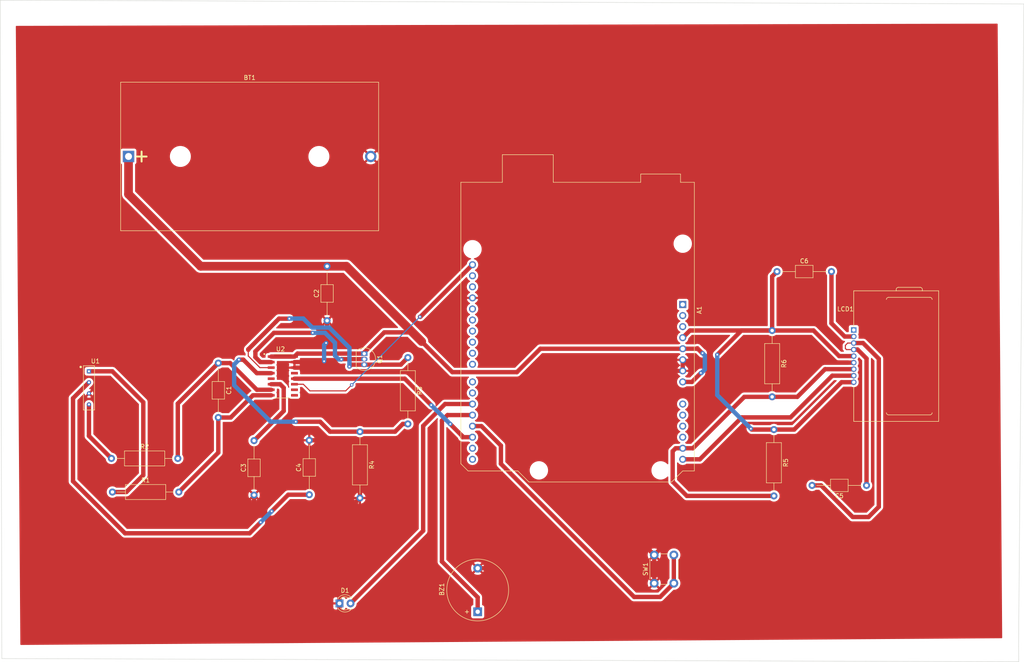
<source format=kicad_pcb>
(kicad_pcb (version 20211014) (generator pcbnew)
  (layers (0 "F.Cu" signal) (31 "B.Cu" signal) (34 "B.Paste" user) (35 "F.Paste" user) (36 "B.SilkS" user "B.Silkscreen") (37 "F.SilkS" user "F.Silkscreen") (38 "B.Mask" user) (39 "F.Mask" user) (44 "Edge.Cuts" user))
  (net 0 "")
  (net 4 "Net-(A1-Pad4)")
  (net 5 "VCC")
  (net 6 "GND")
  (net 11 "Net-(A1-Pad13)")
  (net 12 "Net-(A1-Pad14)")
  (net 15 "Net-(A1-Pad17)")
  (net 16 "Net-(A1-Pad18)")
  (net 17 "Net-(A1-Pad19)")
  (net 18 "Net-(A1-Pad20)")
  (net 29 "Net-(A1-Pad32)")
  (net 30 "Net-(C1-Pad1)")
  (net 31 "Net-(C1-Pad2)")
  (net 32 "Net-(C3-Pad2)")
  (net 33 "Net-(C4-Pad1)")
  (net 34 "Net-(C5-Pad1)")
  (net 35 "Net-(C6-Pad2)")
  (net 36 "Net-(Q1-Pad2)")
  (net 37 "Net-(Q1-Pad3)")
  (net 38 "Net-(R1-Pad1)")
  (net 39 "Net-(R2-Pad1)")
  (net 40 "Net-(R3-Pad2)")
  (footprint "Module:Arduino_UNO_R3_WithMountingHoles" (layer "F.Cu") (at 200.0758 87.2236 -90)
    (fp_text reference "A1" (at 1.27 -3.81 90) (layer "F.SilkS"))
    (fp_text value "Arduino_UNO_R3")
    (fp_line (start -28.07 0.51) (end -29.97 0.51) (layer "F.SilkS") (width 0.12))
    (fp_line (start 40.77 35.31) (end 40.77 2.54) (layer "F.SilkS") (width 0.12))
    (fp_line (start 38.23 37.85) (end 40.77 35.31) (layer "F.SilkS") (width 0.12))
    (fp_line (start 38.23 0) (end 38.23 -2.67) (layer "F.SilkS") (width 0.12))
    (fp_line (start 38.23 -2.67) (end -28.07 -2.67) (layer "F.SilkS") (width 0.12))
    (fp_line (start 40.77 2.54) (end 38.23 0) (layer "F.SilkS") (width 0.12))
    (fp_line (start -34.42 41.4) (end -28.07 41.4) (layer "F.SilkS") (width 0.12))
    (fp_line (start 36.58 50.93) (end 38.23 49.28) (layer "F.SilkS") (width 0.12))
    (fp_line (start -29.97 9.65) (end -28.07 9.65) (layer "F.SilkS") (width 0.12))
    (fp_line (start -28.07 -2.67) (end -28.07 0.51) (layer "F.SilkS") (width 0.12))
    (fp_line (start -28.07 9.65) (end -28.07 29.72) (layer "F.SilkS") (width 0.12))
    (fp_line (start 38.23 49.28) (end 38.23 37.85) (layer "F.SilkS") (width 0.12))
    (fp_line (start -28.07 29.72) (end -34.42 29.72) (layer "F.SilkS") (width 0.12))
    (fp_line (start -29.97 0.51) (end -29.97 9.65) (layer "F.SilkS") (width 0.12))
    (fp_line (start -28.07 41.4) (end -28.07 50.93) (layer "F.SilkS") (width 0.12))
    (fp_line (start -34.42 29.72) (end -34.42 41.4) (layer "F.SilkS") (width 0.12))
    (fp_line (start -28.07 50.93) (end 36.58 50.93) (layer "F.SilkS") (width 0.12))
    (pad "" np_thru_hole circle (at -12.7 48.26) (size 3.2 3.2) (drill 3.2) (layers *.Cu *.Mask))
    (pad "" np_thru_hole circle (at 38.1 33.02) (size 3.2 3.2) (drill 3.2) (layers *.Cu *.Mask))
    (pad "" np_thru_hole circle (at -13.97 0) (size 3.2 3.2) (drill 3.2) (layers *.Cu *.Mask))
    (pad "" np_thru_hole circle (at 38.1 5.08) (size 3.2 3.2) (drill 3.2) (layers *.Cu *.Mask))
    (pad "1" thru_hole rect (at 0 0) (size 1.6 1.6) (drill 1) (layers *.Cu *.Mask))
    (pad "2" thru_hole oval (at 2.54 0) (size 1.6 1.6) (drill 1) (layers *.Cu *.Mask))
    (pad "3" thru_hole oval (at 5.08 0) (size 1.6 1.6) (drill 1) (layers *.Cu *.Mask))
    (pad "4" thru_hole oval (at 7.62 0) (size 1.6 1.6) (drill 1) (layers *.Cu *.Mask) (net 4 "Net-(A1-Pad4)"))
    (pad "5" thru_hole oval (at 10.16 0) (size 1.6 1.6) (drill 1) (layers *.Cu *.Mask) (net 5 "VCC"))
    (pad "6" thru_hole oval (at 12.7 0) (size 1.6 1.6) (drill 1) (layers *.Cu *.Mask) (net 6 "GND"))
    (pad "7" thru_hole oval (at 15.24 0) (size 1.6 1.6) (drill 1) (layers *.Cu *.Mask) (net 6 "GND"))
    (pad "8" thru_hole oval (at 17.78 0) (size 1.6 1.6) (drill 1) (layers *.Cu *.Mask) (net 5 "VCC"))
    (pad "9" thru_hole oval (at 22.86 0) (size 1.6 1.6) (drill 1) (layers *.Cu *.Mask))
    (pad "10" thru_hole oval (at 25.4 0) (size 1.6 1.6) (drill 1) (layers *.Cu *.Mask))
    (pad "11" thru_hole oval (at 27.94 0) (size 1.6 1.6) (drill 1) (layers *.Cu *.Mask))
    (pad "12" thru_hole oval (at 30.48 0) (size 1.6 1.6) (drill 1) (layers *.Cu *.Mask))
    (pad "13" thru_hole oval (at 33.02 0) (size 1.6 1.6) (drill 1) (layers *.Cu *.Mask) (net 11 "Net-(A1-Pad13)"))
    (pad "14" thru_hole oval (at 35.56 0) (size 1.6 1.6) (drill 1) (layers *.Cu *.Mask) (net 12 "Net-(A1-Pad14)"))
    (pad "15" thru_hole oval (at 35.56 48.26) (size 1.6 1.6) (drill 1) (layers *.Cu *.Mask))
    (pad "16" thru_hole oval (at 33.02 48.26) (size 1.6 1.6) (drill 1) (layers *.Cu *.Mask))
    (pad "17" thru_hole oval (at 30.48 48.26) (size 1.6 1.6) (drill 1) (layers *.Cu *.Mask) (net 15 "Net-(A1-Pad17)"))
    (pad "18" thru_hole oval (at 27.94 48.26) (size 1.6 1.6) (drill 1) (layers *.Cu *.Mask) (net 16 "Net-(A1-Pad18)"))
    (pad "19" thru_hole oval (at 25.4 48.26) (size 1.6 1.6) (drill 1) (layers *.Cu *.Mask) (net 17 "Net-(A1-Pad19)"))
    (pad "20" thru_hole oval (at 22.86 48.26) (size 1.6 1.6) (drill 1) (layers *.Cu *.Mask) (net 18 "Net-(A1-Pad20)"))
    (pad "21" thru_hole oval (at 20.32 48.26) (size 1.6 1.6) (drill 1) (layers *.Cu *.Mask))
    (pad "22" thru_hole oval (at 17.78 48.26) (size 1.6 1.6) (drill 1) (layers *.Cu *.Mask))
    (pad "23" thru_hole oval (at 13.72 48.26) (size 1.6 1.6) (drill 1) (layers *.Cu *.Mask))
    (pad "24" thru_hole oval (at 11.18 48.26) (size 1.6 1.6) (drill 1) (layers *.Cu *.Mask))
    (pad "25" thru_hole oval (at 8.64 48.26) (size 1.6 1.6) (drill 1) (layers *.Cu *.Mask))
    (pad "26" thru_hole oval (at 6.1 48.26) (size 1.6 1.6) (drill 1) (layers *.Cu *.Mask))
    (pad "27" thru_hole oval (at 3.56 48.26) (size 1.6 1.6) (drill 1) (layers *.Cu *.Mask))
    (pad "28" thru_hole oval (at 1.02 48.26) (size 1.6 1.6) (drill 1) (layers *.Cu *.Mask))
    (pad "29" thru_hole oval (at -1.52 48.26) (size 1.6 1.6) (drill 1) (layers *.Cu *.Mask) (net 6 "GND"))
    (pad "30" thru_hole oval (at -4.06 48.26) (size 1.6 1.6) (drill 1) (layers *.Cu *.Mask))
    (pad "31" thru_hole oval (at -6.6 48.26) (size 1.6 1.6) (drill 1) (layers *.Cu *.Mask))
    (pad "32" thru_hole oval (at -9.14 48.26) (size 1.6 1.6) (drill 1) (layers *.Cu *.Mask) (net 29 "Net-(A1-Pad32)"))
  )
  (footprint "HX711:SOP127P600X180-16N" (layer "F.Cu") (at 108.2802 103.632)
    (fp_text reference "U2" (at -0.535 -6.172) (layer "F.SilkS"))
    (fp_text value "HX711")
    (fp_line (start -1.95 5.06) (end 1.95 5.06) (layer "F.SilkS") (width 0.127))
    (fp_line (start -1.95 -5.06) (end 1.95 -5.06) (layer "F.SilkS") (width 0.127))
    (fp_circle (center -4.25 -5.035) (end -4.15 -5.035) (layer "F.SilkS") (width 0.2) (fill none))
    (pad "1" smd roundrect locked (at -2.67 -4.445) (size 1.58 0.59) (layers "F.Cu" "F.Paste" "F.Mask") (roundrect_rratio 0.07) (net 5 "VCC"))
    (pad "2" smd roundrect locked (at -2.67 -3.175) (size 1.58 0.59) (layers "F.Cu" "F.Paste" "F.Mask") (roundrect_rratio 0.07) (net 36 "Net-(Q1-Pad2)"))
    (pad "3" smd roundrect locked (at -2.67 -1.905) (size 1.58 0.59) (layers "F.Cu" "F.Paste" "F.Mask") (roundrect_rratio 0.07) (net 37 "Net-(Q1-Pad3)"))
    (pad "4" smd roundrect locked (at -2.67 -0.635) (size 1.58 0.59) (layers "F.Cu" "F.Paste" "F.Mask") (roundrect_rratio 0.07) (net 40 "Net-(R3-Pad2)"))
    (pad "5" smd roundrect locked (at -2.67 0.635) (size 1.58 0.59) (layers "F.Cu" "F.Paste" "F.Mask") (roundrect_rratio 0.07))
    (pad "6" smd roundrect locked (at -2.67 1.905) (size 1.58 0.59) (layers "F.Cu" "F.Paste" "F.Mask") (roundrect_rratio 0.07) (net 32 "Net-(C3-Pad2)"))
    (pad "7" smd roundrect locked (at -2.67 3.175) (size 1.58 0.59) (layers "F.Cu" "F.Paste" "F.Mask") (roundrect_rratio 0.07) (net 30 "Net-(C1-Pad1)"))
    (pad "8" smd roundrect locked (at -2.67 4.445) (size 1.58 0.59) (layers "F.Cu" "F.Paste" "F.Mask") (roundrect_rratio 0.07) (net 31 "Net-(C1-Pad2)"))
    (pad "9" smd roundrect locked (at 2.67 4.445) (size 1.58 0.59) (layers "F.Cu" "F.Paste" "F.Mask") (roundrect_rratio 0.07))
    (pad "10" smd roundrect locked (at 2.67 3.175) (size 1.58 0.59) (layers "F.Cu" "F.Paste" "F.Mask") (roundrect_rratio 0.07))
    (pad "11" smd roundrect locked (at 2.67 1.905) (size 1.58 0.59) (layers "F.Cu" "F.Paste" "F.Mask") (roundrect_rratio 0.07) (net 29 "Net-(A1-Pad32)"))
    (pad "12" smd roundrect locked (at 2.67 0.635) (size 1.58 0.59) (layers "F.Cu" "F.Paste" "F.Mask") (roundrect_rratio 0.07) (net 15 "Net-(A1-Pad17)"))
    (pad "13" smd roundrect locked (at 2.67 -0.635) (size 1.58 0.59) (layers "F.Cu" "F.Paste" "F.Mask") (roundrect_rratio 0.07))
    (pad "14" smd roundrect locked (at 2.67 -1.905) (size 1.58 0.59) (layers "F.Cu" "F.Paste" "F.Mask") (roundrect_rratio 0.07) (net 6 "GND"))
    (pad "15" smd roundrect locked (at 2.67 -3.175) (size 1.58 0.59) (layers "F.Cu" "F.Paste" "F.Mask") (roundrect_rratio 0.07) (net 6 "GND"))
    (pad "16" smd roundrect locked (at 2.67 -4.445) (size 1.58 0.59) (layers "F.Cu" "F.Paste" "F.Mask") (roundrect_rratio 0.07) (net 5 "VCC"))
  )
  (footprint "Battery:BatteryHolder_Bulgin_BX0036_1xC" (layer "F.Cu") (at 72.8602 53.213)
    (fp_text reference "BT1" (at 27.8 -18.1) (layer "F.SilkS"))
    (fp_text value "Battery")
    (fp_text user "+" (at 3 -0.2) (layer "F.SilkS") (effects (font (size 3 3) (thickness 0.45))))
    (fp_line (start -1.81 -17.06) (end 57.41 -17.06) (layer "F.SilkS") (width 0.12))
    (fp_line (start -1.81 -17.06) (end -1.81 17.06) (layer "F.SilkS") (width 0.12))
    (fp_line (start -1.81 17.06) (end 57.41 17.06) (layer "F.SilkS") (width 0.12))
    (fp_line (start 57.41 -17.06) (end 57.41 17.06) (layer "F.SilkS") (width 0.12))
    (pad "" np_thru_hole circle (at 43.7 0) (size 3.8 3.8) (drill 3.8) (layers *.Cu *.Mask))
    (pad "" np_thru_hole circle (at 11.9 0) (size 3.8 3.8) (drill 3.8) (layers *.Cu *.Mask))
    (pad "1" thru_hole rect (at 0 0) (size 2.6 2.6) (drill 1.6) (layers *.Cu *.Mask) (net 5 "VCC"))
    (pad "2" thru_hole circle (at 55.6 0) (size 2.6 2.6) (drill 1.6) (layers *.Cu *.Mask) (net 6 "GND"))
  )
  (footprint "Resistor_THT:R_Axial_DIN0309_L9.0mm_D3.2mm_P15.24mm_Horizontal" (layer "F.Cu") (at 69.1642 130.302)
    (fp_text reference "R1" (at 7.62 -2.72) (layer "F.SilkS"))
    (fp_text value "R")
    (fp_line (start 3 1.72) (end 12.24 1.72) (layer "F.SilkS") (width 0.12))
    (fp_line (start 1.04 0) (end 3 0) (layer "F.SilkS") (width 0.12))
    (fp_line (start 14.2 0) (end 12.24 0) (layer "F.SilkS") (width 0.12))
    (fp_line (start 12.24 1.72) (end 12.24 -1.72) (layer "F.SilkS") (width 0.12))
    (fp_line (start 3 -1.72) (end 3 1.72) (layer "F.SilkS") (width 0.12))
    (fp_line (start 12.24 -1.72) (end 3 -1.72) (layer "F.SilkS") (width 0.12))
    (pad "1" thru_hole circle (at 0 0) (size 1.6 1.6) (drill 0.8) (layers *.Cu *.Mask) (net 38 "Net-(R1-Pad1)"))
    (pad "2" thru_hole oval (at 15.24 0) (size 1.6 1.6) (drill 0.8) (layers *.Cu *.Mask) (net 31 "Net-(C1-Pad2)"))
  )
  (footprint "Resistor_THT:R_Axial_DIN0309_L9.0mm_D3.2mm_P15.24mm_Horizontal" (layer "F.Cu") (at 220.599 93.1926 -90)
    (fp_text reference "R6" (at 7.62 -2.72 90) (layer "F.SilkS"))
    (fp_text value "R")
    (fp_line (start 3 1.72) (end 12.24 1.72) (layer "F.SilkS") (width 0.12))
    (fp_line (start 12.24 1.72) (end 12.24 -1.72) (layer "F.SilkS") (width 0.12))
    (fp_line (start 3 -1.72) (end 3 1.72) (layer "F.SilkS") (width 0.12))
    (fp_line (start 14.2 0) (end 12.24 0) (layer "F.SilkS") (width 0.12))
    (fp_line (start 1.04 0) (end 3 0) (layer "F.SilkS") (width 0.12))
    (fp_line (start 12.24 -1.72) (end 3 -1.72) (layer "F.SilkS") (width 0.12))
    (pad "1" thru_hole circle (at 0 0 270) (size 1.6 1.6) (drill 0.8) (layers *.Cu *.Mask) (net 4 "Net-(A1-Pad4)"))
    (pad "2" thru_hole oval (at 15.24 0 270) (size 1.6 1.6) (drill 0.8) (layers *.Cu *.Mask) (net 11 "Net-(A1-Pad13)"))
  )
  (footprint "Resistor_THT:R_Axial_DIN0309_L9.0mm_D3.2mm_P15.24mm_Horizontal" (layer "F.Cu") (at 136.9822 99.4156 -90)
    (fp_text reference "R3" (at 7.62 -2.72 90) (layer "F.SilkS"))
    (fp_text value "R")
    (fp_line (start 3 -1.72) (end 3 1.72) (layer "F.SilkS") (width 0.12))
    (fp_line (start 3 1.72) (end 12.24 1.72) (layer "F.SilkS") (width 0.12))
    (fp_line (start 1.04 0) (end 3 0) (layer "F.SilkS") (width 0.12))
    (fp_line (start 14.2 0) (end 12.24 0) (layer "F.SilkS") (width 0.12))
    (fp_line (start 12.24 1.72) (end 12.24 -1.72) (layer "F.SilkS") (width 0.12))
    (fp_line (start 12.24 -1.72) (end 3 -1.72) (layer "F.SilkS") (width 0.12))
    (pad "1" thru_hole circle (at 0 0 270) (size 1.6 1.6) (drill 0.8) (layers *.Cu *.Mask) (net 37 "Net-(Q1-Pad3)"))
    (pad "2" thru_hole oval (at 15.24 0 270) (size 1.6 1.6) (drill 0.8) (layers *.Cu *.Mask) (net 40 "Net-(R3-Pad2)"))
  )
  (footprint "Capacitor_THT:C_Axial_L3.8mm_D2.6mm_P12.50mm_Horizontal" (layer "F.Cu") (at 114.3508 130.9132 90)
    (fp_text reference "C4" (at 6.25 -2.42 90) (layer "F.SilkS"))
    (fp_text value "C")
    (fp_line (start 4.23 1.42) (end 8.27 1.42) (layer "F.SilkS") (width 0.12))
    (fp_line (start 8.27 -1.42) (end 4.23 -1.42) (layer "F.SilkS") (width 0.12))
    (fp_line (start 11.46 0) (end 8.27 0) (layer "F.SilkS") (width 0.12))
    (fp_line (start 8.27 1.42) (end 8.27 -1.42) (layer "F.SilkS") (width 0.12))
    (fp_line (start 4.23 -1.42) (end 4.23 1.42) (layer "F.SilkS") (width 0.12))
    (fp_line (start 1.04 0) (end 4.23 0) (layer "F.SilkS") (width 0.12))
    (pad "1" thru_hole circle (at 0 0 90) (size 1.6 1.6) (drill 0.8) (layers *.Cu *.Mask) (net 33 "Net-(C4-Pad1)"))
    (pad "2" thru_hole oval (at 12.5 0 90) (size 1.6 1.6) (drill 0.8) (layers *.Cu *.Mask) (net 6 "GND"))
  )
  (footprint "Capacitor_THT:C_Axial_L3.8mm_D2.6mm_P12.50mm_Horizontal" (layer "F.Cu") (at 118.4402 90.9336 90)
    (fp_text reference "C2" (at 6.25 -2.42 90) (layer "F.SilkS"))
    (fp_text value "C")
    (fp_line (start 1.04 0) (end 4.23 0) (layer "F.SilkS") (width 0.12))
    (fp_line (start 11.46 0) (end 8.27 0) (layer "F.SilkS") (width 0.12))
    (fp_line (start 8.27 -1.42) (end 4.23 -1.42) (layer "F.SilkS") (width 0.12))
    (fp_line (start 4.23 1.42) (end 8.27 1.42) (layer "F.SilkS") (width 0.12))
    (fp_line (start 4.23 -1.42) (end 4.23 1.42) (layer "F.SilkS") (width 0.12))
    (fp_line (start 8.27 1.42) (end 8.27 -1.42) (layer "F.SilkS") (width 0.12))
    (pad "1" thru_hole circle (at 0 0 90) (size 1.6 1.6) (drill 0.8) (layers *.Cu *.Mask) (net 6 "GND"))
    (pad "2" thru_hole oval (at 12.5 0 90) (size 1.6 1.6) (drill 0.8) (layers *.Cu *.Mask) (net 5 "VCC"))
  )
  (footprint "Package_TO_SOT_THT:TO-92_Inline" (layer "F.Cu") (at 126.9702 98.5012 -90)
    (fp_text reference "Q1" (at 1.27 -3.56 90) (layer "F.SilkS"))
    (fp_text value "S8550")
    (fp_line (start -0.53 1.85) (end 3.07 1.85) (layer "F.SilkS") (width 0.12))
    (fp_arc (start 1.27 -2.6) (mid 3.672087 -0.994977) (end 3.108478 1.838478) (layer "F.SilkS") (width 0.12))
    (fp_arc (start -0.568478 1.838478) (mid -1.132087 -0.994977) (end 1.27 -2.6) (layer "F.SilkS") (width 0.12))
    (pad "1" thru_hole rect (at 0 0 270) (size 1.05 1.5) (drill 0.75) (layers *.Cu *.Mask) (net 5 "VCC"))
    (pad "2" thru_hole oval (at 1.27 0 270) (size 1.05 1.5) (drill 0.75) (layers *.Cu *.Mask) (net 36 "Net-(Q1-Pad2)"))
    (pad "3" thru_hole oval (at 2.54 0 270) (size 1.05 1.5) (drill 0.75) (layers *.Cu *.Mask) (net 37 "Net-(Q1-Pad3)"))
  )
  (footprint "Capacitor_THT:C_Axial_L3.8mm_D2.6mm_P12.50mm_Horizontal" (layer "F.Cu") (at 101.6762 130.9894 90)
    (fp_text reference "C3" (at 6.25 -2.42 90) (layer "F.SilkS"))
    (fp_text value "C")
    (fp_line (start 8.27 1.42) (end 8.27 -1.42) (layer "F.SilkS") (width 0.12))
    (fp_line (start 4.23 1.42) (end 8.27 1.42) (layer "F.SilkS") (width 0.12))
    (fp_line (start 1.04 0) (end 4.23 0) (layer "F.SilkS") (width 0.12))
    (fp_line (start 8.27 -1.42) (end 4.23 -1.42) (layer "F.SilkS") (width 0.12))
    (fp_line (start 11.46 0) (end 8.27 0) (layer "F.SilkS") (width 0.12))
    (fp_line (start 4.23 -1.42) (end 4.23 1.42) (layer "F.SilkS") (width 0.12))
    (pad "1" thru_hole circle (at 0 0 90) (size 1.6 1.6) (drill 0.8) (layers *.Cu *.Mask) (net 6 "GND"))
    (pad "2" thru_hole oval (at 12.5 0 90) (size 1.6 1.6) (drill 0.8) (layers *.Cu *.Mask) (net 32 "Net-(C3-Pad2)"))
  )
  (footprint "LED_THT:LED_D3.0mm" (layer "F.Cu") (at 121.28 155.8798)
    (fp_text reference "D1" (at 1.27 -2.96) (layer "F.SilkS"))
    (fp_text value "LED")
    (fp_line (start -0.29 1.08) (end -0.29 1.236) (layer "F.SilkS") (width 0.12))
    (fp_line (start -0.29 -1.236) (end -0.29 -1.08) (layer "F.SilkS") (width 0.12))
    (fp_arc (start -0.29 -1.235516) (mid 1.366487 -1.987659) (end 2.942335 -1.078608) (layer "F.SilkS") (width 0.12))
    (fp_arc (start 2.31113 1.079837) (mid 1.270117 1.5) (end 0.229039 1.08) (layer "F.SilkS") (width 0.12))
    (fp_arc (start 2.942335 1.078608) (mid 1.366487 1.987659) (end -0.29 1.235516) (layer "F.SilkS") (width 0.12))
    (fp_arc (start 0.229039 -1.08) (mid 1.270117 -1.5) (end 2.31113 -1.079837) (layer "F.SilkS") (width 0.12))
    (pad "1" thru_hole rect (at 0 0) (size 1.8 1.8) (drill 0.9) (layers *.Cu *.Mask) (net 6 "GND"))
    (pad "2" thru_hole circle (at 2.54 0) (size 1.8 1.8) (drill 0.9) (layers *.Cu *.Mask) (net 18 "Net-(A1-Pad20)"))
  )
  (footprint "Capacitor_THT:C_Axial_L3.8mm_D2.6mm_P12.50mm_Horizontal" (layer "F.Cu") (at 242.2668 128.778 180)
    (fp_text reference "C5" (at 6.25 -2.42) (layer "F.SilkS"))
    (fp_text value "C")
    (fp_line (start 1.04 0) (end 4.23 0) (layer "F.SilkS") (width 0.12))
    (fp_line (start 8.27 -1.42) (end 4.23 -1.42) (layer "F.SilkS") (width 0.12))
    (fp_line (start 11.46 0) (end 8.27 0) (layer "F.SilkS") (width 0.12))
    (fp_line (start 8.27 1.42) (end 8.27 -1.42) (layer "F.SilkS") (width 0.12))
    (fp_line (start 4.23 -1.42) (end 4.23 1.42) (layer "F.SilkS") (width 0.12))
    (fp_line (start 4.23 1.42) (end 8.27 1.42) (layer "F.SilkS") (width 0.12))
    (pad "1" thru_hole circle (at 0 0 180) (size 1.6 1.6) (drill 0.8) (layers *.Cu *.Mask) (net 34 "Net-(C5-Pad1)"))
    (pad "2" thru_hole oval (at 12.5 0 180) (size 1.6 1.6) (drill 0.8) (layers *.Cu *.Mask) (net 34 "Net-(C5-Pad1)"))
  )
  (footprint "Resistor_THT:R_Axial_DIN0309_L9.0mm_D3.2mm_P15.24mm_Horizontal" (layer "F.Cu") (at 221.0054 115.951 -90)
    (fp_text reference "R5" (at 7.62 -2.72 90) (layer "F.SilkS"))
    (fp_text value "R")
    (fp_line (start 12.24 -1.72) (end 3 -1.72) (layer "F.SilkS") (width 0.12))
    (fp_line (start 1.04 0) (end 3 0) (layer "F.SilkS") (width 0.12))
    (fp_line (start 3 1.72) (end 12.24 1.72) (layer "F.SilkS") (width 0.12))
    (fp_line (start 12.24 1.72) (end 12.24 -1.72) (layer "F.SilkS") (width 0.12))
    (fp_line (start 3 -1.72) (end 3 1.72) (layer "F.SilkS") (width 0.12))
    (fp_line (start 14.2 0) (end 12.24 0) (layer "F.SilkS") (width 0.12))
    (pad "1" thru_hole circle (at 0 0 270) (size 1.6 1.6) (drill 0.8) (layers *.Cu *.Mask) (net 4 "Net-(A1-Pad4)"))
    (pad "2" thru_hole oval (at 15.24 0 270) (size 1.6 1.6) (drill 0.8) (layers *.Cu *.Mask) (net 11 "Net-(A1-Pad13)"))
  )
  (footprint "Buzzer_Beeper:Buzzer_D14mm_H7mm_P10mm" (layer "F.Cu") (at 153.0096 157.8064 90)
    (fp_text reference "BZ1" (at 5.16 -8.23 90) (layer "F.SilkS"))
    (fp_text value "Buzzer")
    (fp_text user "+" (at -0.01 -2.54 90) (layer "F.SilkS"))
    (fp_circle (center 5 0) (end 12.1 0) (layer "F.SilkS") (width 0.12) (fill none))
    (pad "1" thru_hole rect (at 0 0 90) (size 2 2) (drill 1) (layers *.Cu *.Mask) (net 17 "Net-(A1-Pad19)"))
    (pad "2" thru_hole circle (at 10 0 90) (size 2 2) (drill 1) (layers *.Cu *.Mask) (net 6 "GND"))
  )
  (footprint "Resistor_THT:R_Axial_DIN0309_L9.0mm_D3.2mm_P15.24mm_Horizontal" (layer "F.Cu") (at 125.984 116.4336 -90)
    (fp_text reference "R4" (at 7.62 -2.72 90) (layer "F.SilkS"))
    (fp_text value "R")
    (fp_line (start 1.04 0) (end 3 0) (layer "F.SilkS") (width 0.12))
    (fp_line (start 12.24 -1.72) (end 3 -1.72) (layer "F.SilkS") (width 0.12))
    (fp_line (start 3 1.72) (end 12.24 1.72) (layer "F.SilkS") (width 0.12))
    (fp_line (start 3 -1.72) (end 3 1.72) (layer "F.SilkS") (width 0.12))
    (fp_line (start 12.24 1.72) (end 12.24 -1.72) (layer "F.SilkS") (width 0.12))
    (fp_line (start 14.2 0) (end 12.24 0) (layer "F.SilkS") (width 0.12))
    (pad "1" thru_hole circle (at 0 0 270) (size 1.6 1.6) (drill 0.8) (layers *.Cu *.Mask) (net 40 "Net-(R3-Pad2)"))
    (pad "2" thru_hole oval (at 15.24 0 270) (size 1.6 1.6) (drill 0.8) (layers *.Cu *.Mask) (net 6 "GND"))
  )
  (footprint "Loadcell:SENSOR_FX1901-0001-0200-L" (layer "F.Cu") (at 63.7794 106.3752)
    (fp_text reference "U1" (at 1.476355 -6.140665) (layer "F.SilkS") (effects (font (size 1.000921 1.000921))))
    (fp_text value "FX1901-0001-0200-L")
    (fp_line (start -1.27 5.08) (end -1.27 -5.08) (layer "F.SilkS") (width 0.127))
    (fp_line (start 1.27 5.08) (end -1.27 5.08) (layer "F.SilkS") (width 0.127))
    (fp_line (start -1.27 -5.08) (end 1.27 -5.08) (layer "F.SilkS") (width 0.127))
    (fp_line (start 1.27 -5.08) (end 1.27 5.08) (layer "F.SilkS") (width 0.127))
    (fp_circle (center -1.9 -4.8) (end -1.76 -4.8) (layer "F.SilkS") (width 0.28) (fill none))
    (pad "1" thru_hole rect locked (at 0 -3.81) (size 0.959 0.959) (drill 0.451) (layers *.Cu *.Mask) (net 38 "Net-(R1-Pad1)"))
    (pad "2" thru_hole circle locked (at 0 -1.27) (size 0.959 0.959) (drill 0.451) (layers *.Cu *.Mask) (net 33 "Net-(C4-Pad1)"))
    (pad "3" thru_hole circle locked (at 0 1.27) (size 0.959 0.959) (drill 0.451) (layers *.Cu *.Mask) (net 6 "GND"))
    (pad "4" thru_hole circle locked (at 0 3.81) (size 0.959 0.959) (drill 0.451) (layers *.Cu *.Mask) (net 39 "Net-(R2-Pad1)"))
  )
  (footprint "Resistor_THT:R_Axial_DIN0309_L9.0mm_D3.2mm_P15.24mm_Horizontal" (layer "F.Cu") (at 68.9356 122.5804)
    (fp_text reference "R2" (at 7.62 -2.72) (layer "F.SilkS"))
    (fp_text value "R")
    (fp_line (start 12.24 1.72) (end 12.24 -1.72) (layer "F.SilkS") (width 0.12))
    (fp_line (start 12.24 -1.72) (end 3 -1.72) (layer "F.SilkS") (width 0.12))
    (fp_line (start 1.04 0) (end 3 0) (layer "F.SilkS") (width 0.12))
    (fp_line (start 14.2 0) (end 12.24 0) (layer "F.SilkS") (width 0.12))
    (fp_line (start 3 1.72) (end 12.24 1.72) (layer "F.SilkS") (width 0.12))
    (fp_line (start 3 -1.72) (end 3 1.72) (layer "F.SilkS") (width 0.12))
    (pad "1" thru_hole circle (at 0 0) (size 1.6 1.6) (drill 0.8) (layers *.Cu *.Mask) (net 39 "Net-(R2-Pad1)"))
    (pad "2" thru_hole oval (at 15.24 0) (size 1.6 1.6) (drill 0.8) (layers *.Cu *.Mask) (net 30 "Net-(C1-Pad1)"))
  )
  (footprint "Capacitor_THT:C_Axial_L3.8mm_D2.6mm_P12.50mm_Horizontal" (layer "F.Cu") (at 93.472 100.684 -90)
    (fp_text reference "C1" (at 6.25 -2.42 90) (layer "F.SilkS"))
    (fp_text value "C")
    (fp_line (start 8.27 1.42) (end 8.27 -1.42) (layer "F.SilkS") (width 0.12))
    (fp_line (start 1.04 0) (end 4.23 0) (layer "F.SilkS") (width 0.12))
    (fp_line (start 4.23 -1.42) (end 4.23 1.42) (layer "F.SilkS") (width 0.12))
    (fp_line (start 8.27 -1.42) (end 4.23 -1.42) (layer "F.SilkS") (width 0.12))
    (fp_line (start 4.23 1.42) (end 8.27 1.42) (layer "F.SilkS") (width 0.12))
    (fp_line (start 11.46 0) (end 8.27 0) (layer "F.SilkS") (width 0.12))
    (pad "1" thru_hole circle (at 0 0 270) (size 1.6 1.6) (drill 0.8) (layers *.Cu *.Mask) (net 30 "Net-(C1-Pad1)"))
    (pad "2" thru_hole oval (at 12.5 0 270) (size 1.6 1.6) (drill 0.8) (layers *.Cu *.Mask) (net 31 "Net-(C1-Pad2)"))
  )
  (footprint "Capacitor_THT:C_Axial_L3.8mm_D2.6mm_P12.50mm_Horizontal" (layer "F.Cu") (at 221.715 79.6544)
    (fp_text reference "C6" (at 6.25 -2.42) (layer "F.SilkS"))
    (fp_text value "C")
    (fp_line (start 8.27 1.42) (end 8.27 -1.42) (layer "F.SilkS") (width 0.12))
    (fp_line (start 4.23 -1.42) (end 4.23 1.42) (layer "F.SilkS") (width 0.12))
    (fp_line (start 11.46 0) (end 8.27 0) (layer "F.SilkS") (width 0.12))
    (fp_line (start 1.04 0) (end 4.23 0) (layer "F.SilkS") (width 0.12))
    (fp_line (start 4.23 1.42) (end 8.27 1.42) (layer "F.SilkS") (width 0.12))
    (fp_line (start 8.27 -1.42) (end 4.23 -1.42) (layer "F.SilkS") (width 0.12))
    (pad "1" thru_hole circle (at 0 0) (size 1.6 1.6) (drill 0.8) (layers *.Cu *.Mask) (net 4 "Net-(A1-Pad4)"))
    (pad "2" thru_hole oval (at 12.5 0) (size 1.6 1.6) (drill 0.8) (layers *.Cu *.Mask) (net 35 "Net-(C6-Pad2)"))
  )
  (footprint "Button_Switch_THT:SW_PUSH_6mm" (layer "F.Cu") (at 193.5332 151.2558 90)
    (fp_text reference "SW1" (at 3.25 -2 90) (layer "F.SilkS"))
    (fp_text value "SW_Push")
    (fp_line (start 1 5.5) (end 5.5 5.5) (layer "F.SilkS") (width 0.12))
    (fp_line (start -0.25 1.5) (end -0.25 3) (layer "F.SilkS") (width 0.12))
    (fp_line (start 6.75 3) (end 6.75 1.5) (layer "F.SilkS") (width 0.12))
    (fp_line (start 5.5 -1) (end 1 -1) (layer "F.SilkS") (width 0.12))
    (pad "1" thru_hole circle (at 6.5 0 180) (size 2 2) (drill 1.1) (layers *.Cu *.Mask) (net 6 "GND"))
    (pad "1" thru_hole circle (at 0 0 180) (size 2 2) (drill 1.1) (layers *.Cu *.Mask) (net 6 "GND"))
    (pad "2" thru_hole circle (at 6.5 4.5 180) (size 2 2) (drill 1.1) (layers *.Cu *.Mask) (net 16 "Net-(A1-Pad18)"))
    (pad "2" thru_hole circle (at 0 4.5 180) (size 2 2) (drill 1.1) (layers *.Cu *.Mask) (net 16 "Net-(A1-Pad18)"))
  )
  (footprint "I2C LCD DISPLAY:LCD9-1.5-30X19.5MM" (layer "F.Cu") (at 239.32575 99.079)
    (property "VALUE" "9P 30X19.5MM")
    (fp_text reference "LCD1" (at -1.907235 -10.807635 180) (layer "F.SilkS") (effects (font (size 1.001173 1.001173))))
    (fp_text value "TINY-I2C-CHAR-LCD-5V_9P-30X19.5MM_")
    (fp_line (start 15.75 -15.3) (end 15.75 -15) (layer "F.SilkS") (width 0.127))
    (fp_line (start 15.75 -15) (end 19.5 -15) (layer "F.SilkS") (width 0.127))
    (fp_line (start 19.5 15) (end 0 15) (layer "F.SilkS") (width 0.127))
    (fp_line (start 8 -13.5) (end 17.5 -13.5) (layer "F.SilkS") (width 0.127))
    (fp_line (start 9.75 -15) (end 15.75 -15) (layer "F.SilkS") (width 0.127))
    (fp_line (start 9.75 -15) (end 9.75 -15.3) (layer "F.SilkS") (width 0.127))
    (fp_line (start 0 7) (end 0 15) (layer "F.SilkS") (width 0.127))
    (fp_line (start 17.5 13.5) (end 8 13.5) (layer "F.SilkS") (width 0.127))
    (fp_line (start 0 -6.8) (end 0 -15) (layer "F.SilkS") (width 0.127))
    (fp_line (start 19.5 -15) (end 19.5 15) (layer "F.SilkS") (width 0.127))
    (fp_line (start 0 -15) (end 9.75 -15) (layer "F.SilkS") (width 0.127))
    (fp_line (start 10.25 -15.8) (end 15.25 -15.8) (layer "F.SilkS") (width 0.127))
    (fp_arc (start 7.5 -13) (mid 7.646447 -13.353553) (end 8 -13.5) (layer "F.SilkS") (width 0.127))
    (fp_arc (start 8 13.5) (mid 7.646447 13.353553) (end 7.5 13) (layer "F.SilkS") (width 0.127))
    (fp_arc (start 15.25 -15.8) (mid 15.603553 -15.653553) (end 15.75 -15.3) (layer "F.SilkS") (width 0.127))
    (fp_arc (start 17.5 -13.5) (mid 17.853553 -13.353553) (end 18 -13) (layer "F.SilkS") (width 0.127))
    (fp_arc (start 9.75 -15.3) (mid 9.896447 -15.653553) (end 10.25 -15.8) (layer "F.SilkS") (width 0.127))
    (fp_arc (start 18 13) (mid 17.853553 13.353553) (end 17.5 13.5) (layer "F.SilkS") (width 0.127))
    (pad "1" thru_hole rect locked (at 0 -6) (size 1.258 1.258) (drill 0.75) (layers *.Cu *.Mask))
    (pad "2" thru_hole circle locked (at 0 -4.5) (size 1.258 1.258) (drill 0.75) (layers *.Cu *.Mask) (net 35 "Net-(C6-Pad2)"))
    (pad "3" thru_hole circle locked (at 0 -3) (size 1.258 1.258) (drill 0.75) (layers *.Cu *.Mask) (net 34 "Net-(C5-Pad1)"))
    (pad "4" thru_hole circle locked (at 0 -1.5) (size 1.258 1.258) (drill 0.75) (layers *.Cu *.Mask) (net 34 "Net-(C5-Pad1)"))
    (pad "5" thru_hole circle locked (at 0 0) (size 1.258 1.258) (drill 0.75) (layers *.Cu *.Mask) (net 4 "Net-(A1-Pad4)"))
    (pad "6" thru_hole circle locked (at 0 1.5) (size 1.258 1.258) (drill 0.75) (layers *.Cu *.Mask) (net 6 "GND"))
    (pad "7" thru_hole circle locked (at 0 3) (size 1.258 1.258) (drill 0.75) (layers *.Cu *.Mask) (net 11 "Net-(A1-Pad13)"))
    (pad "8" thru_hole circle locked (at 0 4.5) (size 1.258 1.258) (drill 0.75) (layers *.Cu *.Mask) (net 12 "Net-(A1-Pad14)"))
    (pad "9" thru_hole circle locked (at 0 6) (size 1.258 1.258) (drill 0.75) (layers *.Cu *.Mask) (net 4 "Net-(A1-Pad4)"))
  )
  (gr_line (start 277.1902 168.7068) (end 277.1648 165.7858) (layer "Edge.Cuts") (width 0.1))
  (gr_line (start 277.1648 165.7858) (end 278.384 18.1864) (layer "Edge.Cuts") (width 0.1))
  (gr_line (start 43.7896 168.5544) (end 277.1902 169.291) (layer "Edge.Cuts") (width 0.1))
  (gr_line (start 43.4086 17.3228) (end 43.7896 168.5544) (layer "Edge.Cuts") (width 0.1))
  (gr_line (start 277.1902 168.7068) (end 277.1902 168.7068) (layer "Edge.Cuts") (width 0.1))
  (gr_line (start 277.1902 169.291) (end 277.1902 168.7068) (layer "Edge.Cuts") (width 0.1))
  (gr_line (start 278.384 18.1864) (end 43.4086 17.3228) (layer "Edge.Cuts") (width 0.1))
  (segment (start 220.599 93.1926) (end 220.599 80.7704) (width 1) (layer "F.Cu") (net 4))
  (segment (start 230.0986 93.1926) (end 235.985 99.079) (width 1) (layer "F.Cu") (net 4))
  (segment (start 213.5632 93.1926) (end 220.599 93.1926) (width 1) (layer "F.Cu") (net 4))
  (segment (start 220.599 80.7704) (end 221.715 79.6544) (width 1) (layer "F.Cu") (net 4))
  (segment (start 235.985 99.079) (end 239.32575 99.079) (width 1) (layer "F.Cu") (net 4))
  (segment (start 221.0054 115.951) (end 215.9254 115.951) (width 1) (layer "F.Cu") (net 4))
  (segment (start 225.6536 115.951) (end 236.5256 105.079) (width 1) (layer "F.Cu") (net 4))
  (segment (start 215.9254 115.951) (end 215.7222 115.7478) (width 1) (layer "F.Cu") (net 4))
  (segment (start 221.0054 115.951) (end 225.6536 115.951) (width 1) (layer "F.Cu") (net 4))
  (segment (start 208.0006 98.7552) (end 213.5632 93.1926) (width 1) (layer "F.Cu") (net 4))
  (segment (start 201.7268 93.1926) (end 200.0758 94.8436) (width 1) (layer "F.Cu") (net 4))
  (segment (start 220.599 93.1926) (end 201.7268 93.1926) (width 1) (layer "F.Cu") (net 4))
  (segment (start 220.599 93.1926) (end 230.0986 93.1926) (width 1) (layer "F.Cu") (net 4))
  (segment (start 236.5256 105.079) (end 239.32575 105.079) (width 1) (layer "F.Cu") (net 4))
  (via (at 215.7222 115.7478) (size 0.8) (drill 0.4) (layers "F.Cu" "B.Cu") (net 4))
  (via (at 208.0006 98.7552) (size 0.8) (drill 0.4) (layers "F.Cu" "B.Cu") (net 4))
  (segment (start 208.0006 108.0262) (end 208.0006 98.7552) (width 1) (layer "B.Cu") (net 4))
  (segment (start 215.7222 115.7478) (end 208.0006 108.0262) (width 1) (layer "B.Cu") (net 4))
  (segment (start 122.8582 78.4336) (end 140.1572 95.7326) (width 2) (layer "F.Cu") (net 5))
  (segment (start 162.0012 102.7684) (end 147.193 102.7684) (width 1) (layer "F.Cu") (net 5))
  (segment (start 138.049 93.6244) (end 131.572 93.6244) (width 1) (layer "F.Cu") (net 5))
  (segment (start 89.4064 78.4336) (end 118.4402 78.4336) (width 2) (layer "F.Cu") (net 5))
  (segment (start 126.9702 98.5012) (end 111.636 98.5012) (width 1) (layer "F.Cu") (net 5))
  (segment (start 200.0758 105.0036) (end 202.184 105.0036) (width 1) (layer "F.Cu") (net 5))
  (segment (start 131.572 93.6244) (end 126.9702 98.2262) (width 1) (layer "F.Cu") (net 5))
  (segment (start 72.8602 61.8874) (end 89.4064 78.4336) (width 2) (layer "F.Cu") (net 5))
  (segment (start 72.8602 53.213) (end 72.8602 61.8874) (width 2) (layer "F.Cu") (net 5))
  (segment (start 118.4402 78.4336) (end 122.8582 78.4336) (width 2) (layer "F.Cu") (net 5))
  (segment (start 204.5462 98.3996) (end 203.4286 97.282) (width 1) (layer "F.Cu") (net 5))
  (segment (start 111.636 98.5012) (end 110.9502 99.187) (width 1) (layer "F.Cu") (net 5))
  (segment (start 140.1572 95.7326) (end 138.049 93.6244) (width 1) (layer "F.Cu") (net 5))
  (segment (start 203.4286 97.282) (end 203.327 97.3836) (width 1) (layer "F.Cu") (net 5))
  (segment (start 202.184 105.0036) (end 204.2414 102.9462) (width 1) (layer "F.Cu") (net 5))
  (segment (start 147.193 102.7684) (end 140.1572 95.7326) (width 1) (layer "F.Cu") (net 5))
  (segment (start 110.9502 99.187) (end 105.6102 99.187) (width 1) (layer "F.Cu") (net 5))
  (segment (start 204.6224 98.3996) (end 204.5462 98.3996) (width 1) (layer "F.Cu") (net 5))
  (segment (start 203.327 97.3836) (end 200.0758 97.3836) (width 1) (layer "F.Cu") (net 5))
  (segment (start 167.386 97.3836) (end 162.0012 102.7684) (width 1) (layer "F.Cu") (net 5))
  (segment (start 200.0758 97.3836) (end 167.386 97.3836) (width 1) (layer "F.Cu") (net 5))
  (segment (start 126.9702 98.2262) (end 126.9702 98.5012) (width 1) (layer "F.Cu") (net 5))
  (via (at 204.2414 102.9462) (size 0.8) (drill 0.4) (layers "F.Cu" "B.Cu") (net 5))
  (via (at 204.6224 98.3996) (size 0.8) (drill 0.4) (layers "F.Cu" "B.Cu") (net 5))
  (segment (start 205.1558 102.1588) (end 205.1558 98.933) (width 1) (layer "B.Cu") (net 5))
  (segment (start 205.1558 98.933) (end 204.6224 98.3996) (width 1) (layer "B.Cu") (net 5))
  (segment (start 204.2414 102.9462) (end 204.3684 102.9462) (width 1) (layer "B.Cu") (net 5))
  (segment (start 204.3684 102.9462) (end 205.1558 102.1588) (width 1) (layer "B.Cu") (net 5))
  (segment (start 193.5332 144.7558) (end 193.5332 151.2558) (width 1) (layer "F.Cu") (net 6))
  (segment (start 107.1372 138.2522) (end 117.1856 138.2522) (width 1) (layer "F.Cu") (net 6))
  (segment (start 205.2828 158.5468) (end 212.8266 151.003) (width 1) (layer "F.Cu") (net 6))
  (segment (start 113.6142 100.7872) (end 113.6142 101.2444) (width 1) (layer "F.Cu") (net 6))
  (segment (start 125.984 131.6736) (end 125.984 126.0094) (width 1) (layer "F.Cu") (net 6))
  (segment (start 117.1856 138.2522) (end 121.28 142.3466) (width 1) (layer "F.Cu") (net 6))
  (segment (start 168.529 158.5468) (end 186.6646 158.5468) (width 1) (layer "F.Cu") (net 6))
  (segment (start 213.0298 141.1986) (end 208.7118 136.8806) (width 1) (layer "F.Cu") (net 6))
  (segment (start 121.28 155.8798) (end 121.28 142.3466) (width 1) (layer "F.Cu") (net 6))
  (segment (start 101.6762 130.9894) (end 101.6762 132.7912) (width 1) (layer "F.Cu") (net 6))
  (segment (start 186.6646 158.5468) (end 205.2828 158.5468) (width 1) (layer "F.Cu") (net 6))
  (segment (start 126.2634 162.8648) (end 164.211 162.8648) (width 1) (layer "F.Cu") (net 6))
  (segment (start 117.7544 100.2538) (end 114.1476 100.2538) (width 1) (layer "F.Cu") (net 6))
  (segment (start 187.9854 108.6866) (end 194.2084 102.4636) (width 1) (layer "F.Cu") (net 6))
  (segment (start 121.28 142.3466) (end 121.28 136.3776) (width 1) (layer "F.Cu") (net 6))
  (segment (start 239.32575 100.579) (end 200.7312 100.579) (width 1) (layer "F.Cu") (net 6))
  (segment (start 113.6142 101.2444) (end 113.1316 101.727) (width 1) (layer "F.Cu") (net 6))
  (segment (start 194.2084 102.4636) (end 200.0758 102.4636) (width 1) (layer "F.Cu") (net 6))
  (segment (start 153.0096 147.8064) (end 169.6758 147.8064) (width 1) (layer "F.Cu") (net 6))
  (segment (start 118.4402 95.8342) (end 118.2116 96.0628) (width 1) (layer "F.Cu") (net 6))
  (segment (start 212.8266 151.003) (end 212.8266 141.4018) (width 1) (layer "F.Cu") (net 6))
  (segment (start 208.7118 136.8806) (end 201.4084 136.8806) (width 1) (layer "F.Cu") (net 6))
  (segment (start 121.28 136.3776) (end 125.984 131.6736) (width 1) (layer "F.Cu") (net 6))
  (segment (start 118.3878 118.4132) (end 114.3508 118.4132) (width 1) (layer "F.Cu") (net 6))
  (segment (start 110.9502 100.457) (end 113.284 100.457) (width 1) (layer "F.Cu") (net 6))
  (segment (start 114.1476 100.2538) (end 113.6142 100.7872) (width 1) (layer "F.Cu") (net 6))
  (segment (start 180.4162 158.5468) (end 186.6646 158.5468) (width 1) (layer "F.Cu") (net 6))
  (segment (start 212.8266 141.4018) (end 213.0298 141.1986) (width 1) (layer "F.Cu") (net 6))
  (segment (start 113.1316 101.727) (end 110.9502 101.727) (width 1) (layer "F.Cu") (net 6))
  (segment (start 113.284 100.457) (end 113.6142 100.7872) (width 1) (layer "F.Cu") (net 6))
  (segment (start 121.28 155.8798) (end 121.28 157.8814) (width 1) (layer "F.Cu") (net 6))
  (segment (start 125.984 126.0094) (end 118.3878 118.4132) (width 1) (layer "F.Cu") (net 6))
  (segment (start 118.4402 90.9336) (end 118.4402 95.8342) (width 1) (layer "F.Cu") (net 6))
  (segment (start 201.4084 136.8806) (end 193.5332 144.7558) (width 1) (layer "F.Cu") (net 6))
  (segment (start 193.5332 144.7558) (end 187.9854 139.208) (width 1) (layer "F.Cu") (net 6))
  (segment (start 200.7312 100.579) (end 200.0758 99.9236) (width 1) (layer "F.Cu") (net 6))
  (segment (start 187.9854 139.208) (end 187.9854 108.6866) (width 1) (layer "F.Cu") (net 6))
  (segment (start 101.6762 132.7912) (end 107.1372 138.2522) (width 1) (layer "F.Cu") (net 6))
  (segment (start 200.0758 102.4636) (end 200.0758 99.9236) (width 1) (layer "F.Cu") (net 6))
  (segment (start 164.211 162.8648) (end 168.529 158.5468) (width 1) (layer "F.Cu") (net 6))
  (segment (start 169.6758 147.8064) (end 180.4162 158.5468) (width 1) (layer "F.Cu") (net 6))
  (segment (start 121.28 157.8814) (end 126.2634 162.8648) (width 1) (layer "F.Cu") (net 6))
  (via (at 117.7544 100.2538) (size 0.8) (drill 0.4) (layers "F.Cu" "B.Cu") (net 6))
  (via (at 118.2116 96.0628) (size 0.8) (drill 0.4) (layers "F.Cu" "B.Cu") (net 6))
  (segment (start 117.7544 96.52) (end 117.7544 100.2538) (width 1) (layer "B.Cu") (net 6))
  (segment (start 118.2116 96.0628) (end 117.7544 96.52) (width 1) (layer "B.Cu") (net 6))
  (segment (start 220.599 108.4326) (end 214.2236 108.4326) (width 1) (layer "F.Cu") (net 11))
  (segment (start 197.7644 127.9398) (end 197.7644 120.9294) (width 1) (layer "F.Cu") (net 11))
  (segment (start 226.3902 108.4326) (end 232.7438 102.079) (width 1) (layer "F.Cu") (net 11))
  (segment (start 197.7644 120.9294) (end 198.4502 120.2436) (width 1) (layer "F.Cu") (net 11))
  (segment (start 198.4502 120.2436) (end 200.0758 120.2436) (width 1) (layer "F.Cu") (net 11))
  (segment (start 214.2236 108.4326) (end 202.4126 120.2436) (width 1) (layer "F.Cu") (net 11))
  (segment (start 221.0054 131.191) (end 201.0156 131.191) (width 1) (layer "F.Cu") (net 11))
  (segment (start 201.0156 131.191) (end 197.7644 127.9398) (width 1) (layer "F.Cu") (net 11))
  (segment (start 220.599 108.4326) (end 226.3902 108.4326) (width 1) (layer "F.Cu") (net 11))
  (segment (start 202.4126 120.2436) (end 200.0758 120.2436) (width 1) (layer "F.Cu") (net 11))
  (segment (start 232.7438 102.079) (end 239.32575 102.079) (width 1) (layer "F.Cu") (net 11))
  (segment (start 239.32575 103.579) (end 234.3934 103.579) (width 1) (layer "F.Cu") (net 12))
  (segment (start 204.0128 122.7836) (end 200.0758 122.7836) (width 1) (layer "F.Cu") (net 12))
  (segment (start 234.3934 103.579) (end 224.8154 113.157) (width 1) (layer "F.Cu") (net 12))
  (segment (start 224.8154 113.157) (end 213.6394 113.157) (width 1) (layer "F.Cu") (net 12))
  (segment (start 213.6394 113.157) (end 204.0128 122.7836) (width 1) (layer "F.Cu") (net 12))
  (segment (start 110.9502 104.267) (end 136.271 104.267) (width 1) (layer "F.Cu") (net 15))
  (segment (start 146.7104 114.681) (end 149.4536 117.4242) (width 1) (layer "F.Cu") (net 15))
  (segment (start 149.5298 117.7036) (end 151.8158 117.7036) (width 1) (layer "F.Cu") (net 15))
  (segment (start 136.271 104.267) (end 142.3416 110.3376) (width 1) (layer "F.Cu") (net 15))
  (segment (start 149.4536 117.6274) (end 149.5298 117.7036) (width 1) (layer "F.Cu") (net 15))
  (segment (start 149.4536 117.4242) (end 149.4536 117.6274) (width 1) (layer "F.Cu") (net 15))
  (via (at 146.7104 114.681) (size 0.8) (drill 0.4) (layers "F.Cu" "B.Cu") (net 15))
  (via (at 142.3416 110.3376) (size 0.8) (drill 0.4) (layers "F.Cu" "B.Cu") (net 15))
  (segment (start 142.3416 110.3376) (end 146.685 114.681) (width 1) (layer "B.Cu") (net 15))
  (segment (start 146.685 114.681) (end 146.7104 114.681) (width 1) (layer "B.Cu") (net 15))
  (segment (start 198.0332 151.2558) (end 194.8824 154.4066) (width 1) (layer "F.Cu") (net 16))
  (segment (start 158.3436 119.634) (end 153.8732 115.1636) (width 1) (layer "F.Cu") (net 16))
  (segment (start 158.3436 123.825) (end 158.3436 119.634) (width 1) (layer "F.Cu") (net 16))
  (segment (start 198.0332 144.7558) (end 198.0332 151.2558) (width 1) (layer "F.Cu") (net 16))
  (segment (start 188.9252 154.4066) (end 158.3436 123.825) (width 1) (layer "F.Cu") (net 16))
  (segment (start 153.8732 115.1636) (end 151.8158 115.1636) (width 1) (layer "F.Cu") (net 16))
  (segment (start 194.8824 154.4066) (end 188.9252 154.4066) (width 1) (layer "F.Cu") (net 16))
  (segment (start 144.8054 113.8936) (end 146.0754 112.6236) (width 1) (layer "F.Cu") (net 17))
  (segment (start 153.0096 157.8064) (end 153.0096 154.4828) (width 1) (layer "F.Cu") (net 17))
  (segment (start 153.0096 154.4828) (end 144.8054 146.2786) (width 1) (layer "F.Cu") (net 17))
  (segment (start 146.0754 112.6236) (end 151.8158 112.6236) (width 1) (layer "F.Cu") (net 17))
  (segment (start 144.8054 146.2786) (end 144.8054 113.8936) (width 1) (layer "F.Cu") (net 17))
  (segment (start 140.4874 115.1128) (end 145.5166 110.0836) (width 1) (layer "F.Cu") (net 18))
  (segment (start 123.82 155.8798) (end 140.4874 139.2124) (width 1) (layer "F.Cu") (net 18))
  (segment (start 140.4874 139.2124) (end 140.4874 115.1128) (width 1) (layer "F.Cu") (net 18))
  (segment (start 145.5166 110.0836) (end 151.8158 110.0836) (width 1) (layer "F.Cu") (net 18))
  (segment (start 122.7074 107.061) (end 114.5032 107.061) (width 0.25) (layer "F.Cu") (net 29))
  (segment (start 112.9792 105.537) (end 110.9502 105.537) (width 0.25) (layer "F.Cu") (net 29))
  (segment (start 114.5032 107.061) (end 112.9792 105.537) (width 0.25) (layer "F.Cu") (net 29))
  (segment (start 124.079 105.6894) (end 122.7074 107.061) (width 0.25) (layer "F.Cu") (net 29))
  (segment (start 151.8158 78.0836) (end 139.8564 90.043) (width 1) (layer "F.Cu") (net 29))
  (segment (start 139.8564 90.043) (end 139.7508 90.043) (width 1) (layer "F.Cu") (net 29))
  (via (at 124.079 105.6894) (size 0.8) (drill 0.4) (layers "F.Cu" "B.Cu") (net 29))
  (via (at 139.7508 90.043) (size 0.8) (drill 0.4) (layers "F.Cu" "B.Cu") (net 29))
  (segment (start 139.7508 90.043) (end 124.1044 105.6894) (width 0.25) (layer "B.Cu") (net 29))
  (segment (start 124.1044 105.6894) (end 124.079 105.6894) (width 0.25) (layer "B.Cu") (net 29))
  (segment (start 84.1756 109.9804) (end 93.472 100.684) (width 1) (layer "F.Cu") (net 30))
  (segment (start 105.6102 106.807) (end 102.3112 106.807) (width 1) (layer "F.Cu") (net 30))
  (segment (start 102.3112 106.807) (end 96.1882 100.684) (width 1) (layer "F.Cu") (net 30))
  (segment (start 96.1882 100.684) (end 93.472 100.684) (width 1) (layer "F.Cu") (net 30))
  (segment (start 84.1756 122.5804) (end 84.1756 109.9804) (width 1) (layer "F.Cu") (net 30))
  (segment (start 93.472 113.184) (end 96.3152 113.184) (width 1) (layer "F.Cu") (net 31))
  (segment (start 93.472 121.2342) (end 93.472 113.184) (width 1) (layer "F.Cu") (net 31))
  (segment (start 84.4042 130.302) (end 93.472 121.2342) (width 1) (layer "F.Cu") (net 31))
  (segment (start 96.3152 113.184) (end 101.4222 108.077) (width 1) (layer "F.Cu") (net 31))
  (segment (start 101.4222 108.077) (end 105.6102 108.077) (width 1) (layer "F.Cu") (net 31))
  (segment (start 108.4834 111.6822) (end 108.4834 106.3498) (width 1) (layer "F.Cu") (net 32))
  (segment (start 108.4834 106.3498) (end 107.6706 105.537) (width 1) (layer "F.Cu") (net 32))
  (segment (start 101.6762 118.4894) (end 108.4834 111.6822) (width 1) (layer "F.Cu") (net 32))
  (segment (start 107.6706 105.537) (end 105.6102 105.537) (width 1) (layer "F.Cu") (net 32))
  (segment (start 100.6602 139.7762) (end 103.2002 137.2362) (width 1) (layer "F.Cu") (net 33))
  (segment (start 72.0598 139.7762) (end 100.6602 139.7762) (width 1) (layer "F.Cu") (net 33))
  (segment (start 60.1218 108.7628) (end 60.1218 127.8382) (width 1) (layer "F.Cu") (net 33))
  (segment (start 105.7148 134.7216) (end 109.5232 130.9132) (width 1) (layer "F.Cu") (net 33))
  (segment (start 63.7794 105.1052) (end 60.1218 108.7628) (width 1) (layer "F.Cu") (net 33))
  (segment (start 60.1218 127.8382) (end 72.0598 139.7762) (width 1) (layer "F.Cu") (net 33))
  (segment (start 109.5232 130.9132) (end 114.3508 130.9132) (width 1) (layer "F.Cu") (net 33))
  (via (at 105.7148 134.7216) (size 0.8) (drill 0.4) (layers "F.Cu" "B.Cu") (net 33))
  (via (at 103.2002 137.2362) (size 0.8) (drill 0.4) (layers "F.Cu" "B.Cu") (net 33))
  (segment (start 103.2002 137.2362) (end 105.7148 134.7216) (width 1) (layer "B.Cu") (net 33))
  (segment (start 241.4686 96.079) (end 245.0846 99.695) (width 1) (layer "F.Cu") (net 34))
  (segment (start 242.2668 99.63051) (end 240.21529 97.579) (width 1) (layer "F.Cu") (net 34))
  (segment (start 242.2668 128.778) (end 242.2668 99.63051) (width 1) (layer "F.Cu") (net 34))
  (segment (start 237.4138 96.5962) (end 237.4138 97.3328) (width 0.25) (layer "F.Cu") (net 34))
  (segment (start 237.66 97.579) (end 239.32575 97.579) (width 0.25) (layer "F.Cu") (net 34))
  (segment (start 239.32575 96.079) (end 241.4686 96.079) (width 1) (layer "F.Cu") (net 34))
  (segment (start 237.931 96.079) (end 237.4138 96.5962) (width 0.25) (layer "F.Cu") (net 34))
  (segment (start 240.21529 97.579) (end 239.32575 97.579) (width 1) (layer "F.Cu") (net 34))
  (segment (start 242.7224 136.0424) (end 239.0902 136.0424) (width 1) (layer "F.Cu") (net 34))
  (segment (start 239.0902 136.0424) (end 231.8258 128.778) (width 1) (layer "F.Cu") (net 34))
  (segment (start 239.32575 96.079) (end 237.931 96.079) (width 0.25) (layer "F.Cu") (net 34))
  (segment (start 245.0846 99.695) (end 245.0846 133.6802) (width 1) (layer "F.Cu") (net 34))
  (segment (start 231.8258 128.778) (end 229.7668 128.778) (width 1) (layer "F.Cu") (net 34))
  (segment (start 237.4138 97.3328) (end 237.66 97.579) (width 0.25) (layer "F.Cu") (net 34))
  (segment (start 245.0846 133.6802) (end 242.7224 136.0424) (width 1) (layer "F.Cu") (net 34))
  (segment (start 237.2508 94.579) (end 239.32575 94.579) (width 1) (layer "F.Cu") (net 35))
  (segment (start 234.215 79.6544) (end 234.215 91.5432) (width 1) (layer "F.Cu") (net 35))
  (segment (start 234.215 91.5432) (end 237.2508 94.579) (width 1) (layer "F.Cu") (net 35))
  (segment (start 115.1382 93.726) (end 106.2482 93.726) (width 1) (layer "F.Cu") (net 36))
  (segment (start 106.2482 93.726) (end 101.981 97.9932) (width 1) (layer "F.Cu") (net 36))
  (segment (start 101.981 99.314) (end 103.124 100.457) (width 1) (layer "F.Cu") (net 36))
  (segment (start 103.124 100.457) (end 105.6102 100.457) (width 1) (layer "F.Cu") (net 36))
  (segment (start 101.981 97.9932) (end 101.981 99.314) (width 1) (layer "F.Cu") (net 36))
  (segment (start 121.7676 99.7712) (end 121.7168 99.822) (width 1) (layer "F.Cu") (net 36))
  (segment (start 126.9702 99.7712) (end 121.7676 99.7712) (width 1) (layer "F.Cu") (net 36))
  (via (at 115.1382 93.726) (size 0.8) (drill 0.4) (layers "F.Cu" "B.Cu") (net 36))
  (via (at 121.7168 99.822) (size 0.8) (drill 0.4) (layers "F.Cu" "B.Cu") (net 36))
  (segment (start 117.9576 93.726) (end 115.1382 93.726) (width 1) (layer "B.Cu") (net 36))
  (segment (start 121.7168 99.822) (end 121.1072 99.822) (width 1) (layer "B.Cu") (net 36))
  (segment (start 120.2436 96.012) (end 117.9576 93.726) (width 1) (layer "B.Cu") (net 36))
  (segment (start 121.1072 99.822) (end 120.2436 98.9584) (width 1) (layer "B.Cu") (net 36))
  (segment (start 120.2436 98.9584) (end 120.2436 96.012) (width 1) (layer "B.Cu") (net 36))
  (segment (start 100.3554 97.5106) (end 100.3554 97.6376) (width 1) (layer "F.Cu") (net 37))
  (segment (start 106.6292 91.2368) (end 100.3554 97.5106) (width 1) (layer "F.Cu") (net 37))
  (segment (start 103.0224 101.727) (end 105.6102 101.727) (width 0.25) (layer "F.Cu") (net 37))
  (segment (start 124.0028 101.0412) (end 123.571 101.473) (width 1) (layer "F.Cu") (net 37))
  (segment (start 126.9702 101.0412) (end 124.0028 101.0412) (width 1) (layer "F.Cu") (net 37))
  (segment (start 107.3912 90.4748) (end 106.6292 91.2368) (width 1) (layer "F.Cu") (net 37))
  (segment (start 100.3554 97.6376) (end 100.3554 99.06) (width 0.25) (layer "F.Cu") (net 37))
  (segment (start 109.7788 90.4748) (end 107.3912 90.4748) (width 1) (layer "F.Cu") (net 37))
  (segment (start 126.9702 101.0412) (end 135.3566 101.0412) (width 1) (layer "F.Cu") (net 37))
  (segment (start 135.3566 101.0412) (end 136.9822 99.4156) (width 1) (layer "F.Cu") (net 37))
  (segment (start 100.3554 99.06) (end 103.0224 101.727) (width 0.25) (layer "F.Cu") (net 37))
  (via (at 109.7788 90.4748) (size 0.8) (drill 0.4) (layers "F.Cu" "B.Cu") (net 37))
  (via (at 123.571 101.473) (size 0.8) (drill 0.4) (layers "F.Cu" "B.Cu") (net 37))
  (segment (start 109.8042 90.4494) (end 109.7788 90.4748) (width 1) (layer "B.Cu") (net 37))
  (segment (start 112.9792 90.4494) (end 109.8042 90.4494) (width 1) (layer "B.Cu") (net 37))
  (segment (start 122.809 96.393) (end 118.94248 92.52648) (width 1) (layer "B.Cu") (net 37))
  (segment (start 123.571 97.155) (end 122.809 96.393) (width 1) (layer "B.Cu") (net 37))
  (segment (start 115.05628 92.52648) (end 112.9792 90.4494) (width 1) (layer "B.Cu") (net 37))
  (segment (start 123.571 101.473) (end 123.571 97.155) (width 1) (layer "B.Cu") (net 37))
  (segment (start 118.94248 92.52648) (end 115.05628 92.52648) (width 1) (layer "B.Cu") (net 37))
  (segment (start 72.3646 130.302) (end 69.1642 130.302) (width 1) (layer "F.Cu") (net 38))
  (segment (start 76.2508 126.4158) (end 72.3646 130.302) (width 1) (layer "F.Cu") (net 38))
  (segment (start 63.7794 102.5652) (end 69.1388 102.5652) (width 1) (layer "F.Cu") (net 38))
  (segment (start 69.1388 102.5652) (end 76.2508 109.6772) (width 1) (layer "F.Cu") (net 38))
  (segment (start 76.2508 109.6772) (end 76.2508 126.4158) (width 1) (layer "F.Cu") (net 38))
  (segment (start 63.7794 117.4242) (end 68.9356 122.5804) (width 1) (layer "F.Cu") (net 39))
  (segment (start 63.7794 110.1852) (end 63.7794 117.4242) (width 1) (layer "F.Cu") (net 39))
  (segment (start 125.984 116.4336) (end 134.0358 116.4336) (width 1) (layer "F.Cu") (net 40))
  (segment (start 125.984 116.4336) (end 119.126 116.4336) (width 1) (layer "F.Cu") (net 40))
  (segment (start 134.0358 116.4336) (end 135.8138 114.6556) (width 1) (layer "F.Cu") (net 40))
  (segment (start 119.126 116.4336) (end 116.84 114.1476) (width 1) (layer "F.Cu") (net 40))
  (segment (start 98.1964 99.8982) (end 99.2124 99.8982) (width 1) (layer "F.Cu") (net 40))
  (segment (start 116.84 114.1476) (end 111.252 114.1476) (width 1) (layer "F.Cu") (net 40))
  (segment (start 135.8138 114.6556) (end 136.9822 114.6556) (width 1) (layer "F.Cu") (net 40))
  (segment (start 102.3112 102.997) (end 105.6102 102.997) (width 1) (layer "F.Cu") (net 40))
  (segment (start 99.2124 99.8982) (end 102.3112 102.997) (width 1) (layer "F.Cu") (net 40))
  (via (at 111.252 114.1476) (size 0.8) (drill 0.4) (layers "F.Cu" "B.Cu") (net 40))
  (via (at 98.1964 99.8982) (size 0.8) (drill 0.4) (layers "F.Cu" "B.Cu") (net 40))
  (segment (start 97.1042 105.7656) (end 97.1042 100.9904) (width 1) (layer "B.Cu") (net 40))
  (segment (start 97.1042 100.9904) (end 98.1964 99.8982) (width 1) (layer "B.Cu") (net 40))
  (segment (start 105.4862 114.1476) (end 97.1042 105.7656) (width 1) (layer "B.Cu") (net 40))
  (segment (start 111.252 114.1476) (end 105.4862 114.1476) (width 1) (layer "B.Cu") (net 40))
  (zone (net 6) (net_name "GND") (layer "F.Cu") (connect_pads (clearance 0.508)) (min_thickness 0.254) (fill yes (thermal_gap 0.508) (thermal_bridge_width 0.508))
    (polygon (pts (xy 273.4056 163.8808) (xy 48.0314 165.4302) (xy 46.99 23.2156) (xy 272.3642 22.7076)))
  )
)
</source>
